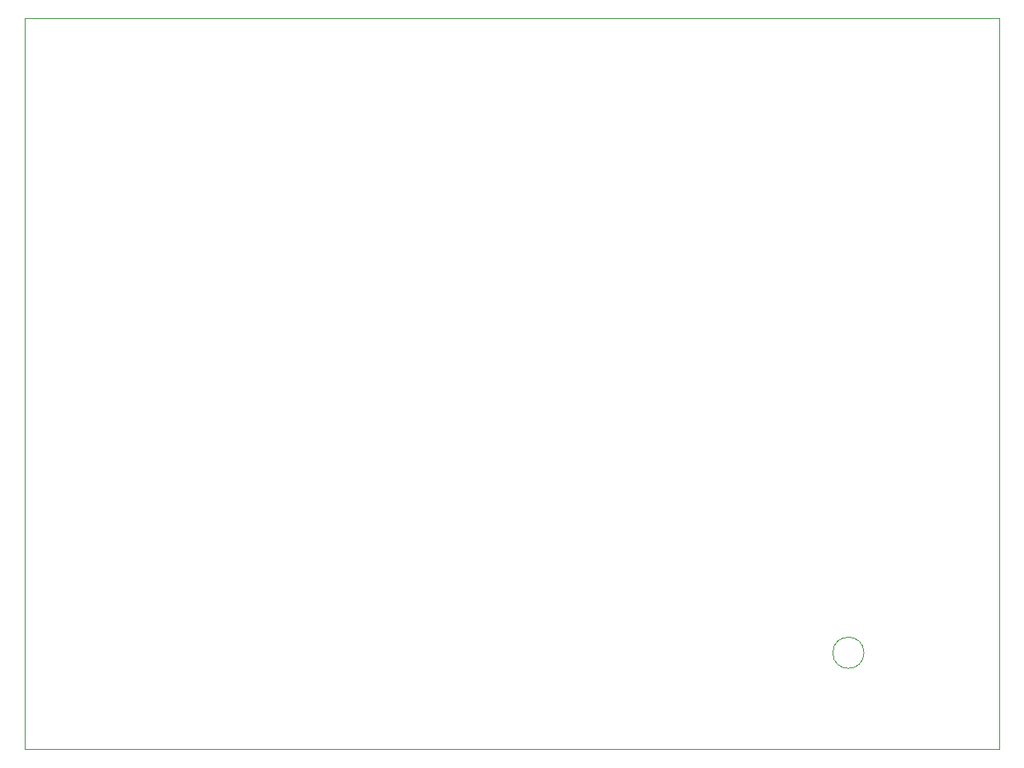
<source format=gbr>
%TF.GenerationSoftware,KiCad,Pcbnew,7.0.7*%
%TF.CreationDate,2023-11-08T14:01:29-08:00*%
%TF.ProjectId,ProgrammaGull_Sandpiper,50726f67-7261-46d6-9d61-47756c6c5f53,rev?*%
%TF.SameCoordinates,Original*%
%TF.FileFunction,Profile,NP*%
%FSLAX46Y46*%
G04 Gerber Fmt 4.6, Leading zero omitted, Abs format (unit mm)*
G04 Created by KiCad (PCBNEW 7.0.7) date 2023-11-08 14:01:29*
%MOMM*%
%LPD*%
G01*
G04 APERTURE LIST*
%TA.AperFunction,Profile*%
%ADD10C,0.100000*%
%TD*%
G04 APERTURE END LIST*
D10*
X111100000Y-90100000D02*
G75*
G03*
X111100000Y-90100000I-1600000J0D01*
G01*
X25000000Y-25000000D02*
X125000000Y-25000000D01*
X125000000Y-100000000D01*
X25000000Y-100000000D01*
X25000000Y-25000000D01*
M02*

</source>
